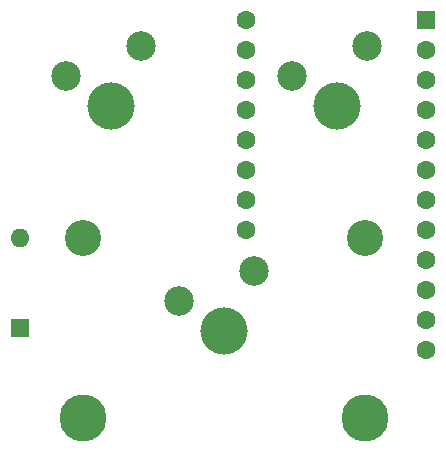
<source format=gts>
%TF.GenerationSoftware,KiCad,Pcbnew,(6.0.8)*%
%TF.CreationDate,2024-06-01T23:25:37+02:00*%
%TF.ProjectId,micropad,6d696372-6f70-4616-942e-6b696361645f,rev?*%
%TF.SameCoordinates,Original*%
%TF.FileFunction,Soldermask,Top*%
%TF.FilePolarity,Negative*%
%FSLAX46Y46*%
G04 Gerber Fmt 4.6, Leading zero omitted, Abs format (unit mm)*
G04 Created by KiCad (PCBNEW (6.0.8)) date 2024-06-01 23:25:37*
%MOMM*%
%LPD*%
G01*
G04 APERTURE LIST*
%ADD10R,1.600000X1.600000*%
%ADD11C,1.600000*%
%ADD12C,3.048000*%
%ADD13C,3.987800*%
%ADD14C,4.000000*%
%ADD15C,2.500000*%
%ADD16O,1.600000X1.600000*%
G04 APERTURE END LIST*
D10*
X75670000Y-49850000D03*
D11*
X75670000Y-52390000D03*
X75670000Y-54930000D03*
X75670000Y-57470000D03*
X75670000Y-60010000D03*
X75670000Y-62550000D03*
X75670000Y-65090000D03*
X75670000Y-67630000D03*
X75670000Y-70170000D03*
X75670000Y-72710000D03*
X75670000Y-75250000D03*
X75670000Y-77790000D03*
X60430000Y-67630000D03*
X60430000Y-65090000D03*
X60430000Y-62550000D03*
X60430000Y-60010000D03*
X60430000Y-57470000D03*
X60430000Y-54930000D03*
X60430000Y-52390000D03*
X60430000Y-49850000D03*
D12*
X46602000Y-68280050D03*
X70478000Y-68280050D03*
D13*
X46602000Y-83490050D03*
X70478000Y-83490050D03*
D14*
X58550000Y-76160000D03*
D15*
X61090000Y-71080000D03*
X54740000Y-73620000D03*
D16*
X41270000Y-68260000D03*
D10*
X41270000Y-75880000D03*
D15*
X64250000Y-54600000D03*
X70600000Y-52060000D03*
D14*
X68060000Y-57140000D03*
X48990000Y-57100000D03*
D15*
X51530000Y-52020000D03*
X45180000Y-54560000D03*
M02*

</source>
